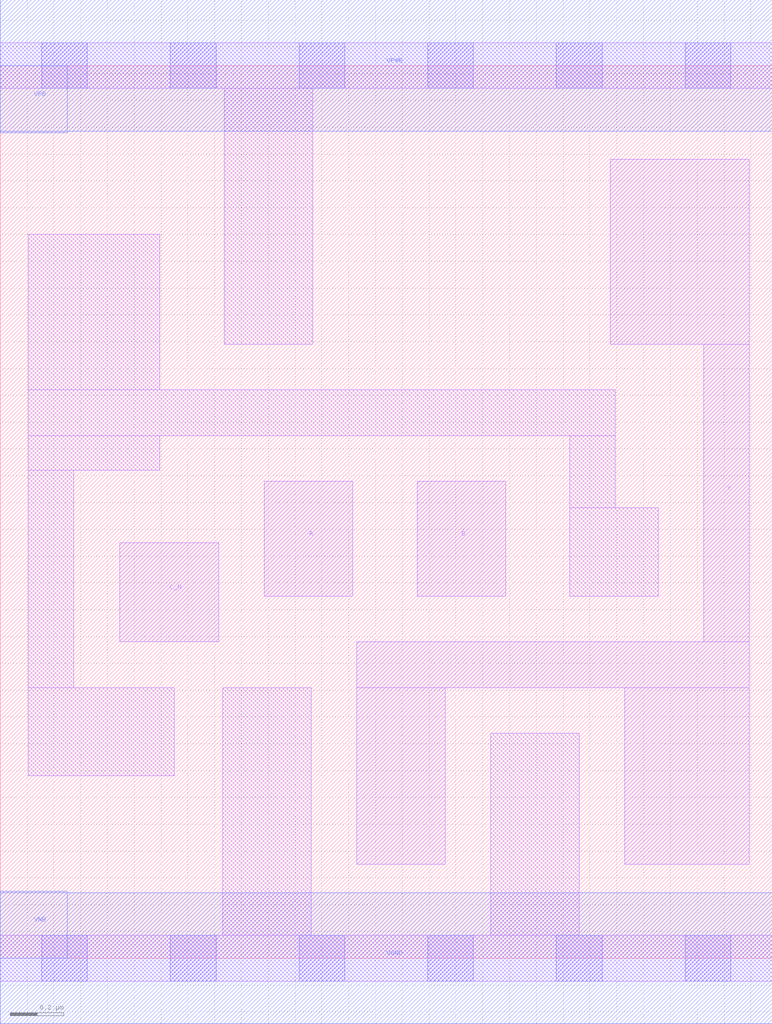
<source format=lef>
# Copyright 2020 The SkyWater PDK Authors
#
# Licensed under the Apache License, Version 2.0 (the "License");
# you may not use this file except in compliance with the License.
# You may obtain a copy of the License at
#
#     https://www.apache.org/licenses/LICENSE-2.0
#
# Unless required by applicable law or agreed to in writing, software
# distributed under the License is distributed on an "AS IS" BASIS,
# WITHOUT WARRANTIES OR CONDITIONS OF ANY KIND, either express or implied.
# See the License for the specific language governing permissions and
# limitations under the License.
#
# SPDX-License-Identifier: Apache-2.0

VERSION 5.5 ;
NAMESCASESENSITIVE ON ;
BUSBITCHARS "[]" ;
DIVIDERCHAR "/" ;
MACRO sky130_fd_sc_hs__nor3b_1
  CLASS CORE ;
  SOURCE USER ;
  ORIGIN  0.000000  0.000000 ;
  SIZE  2.880000 BY  3.330000 ;
  SYMMETRY X Y ;
  SITE unit ;
  PIN A
    ANTENNAGATEAREA  0.279000 ;
    DIRECTION INPUT ;
    USE SIGNAL ;
    PORT
      LAYER li1 ;
        RECT 0.985000 1.350000 1.315000 1.780000 ;
    END
  END A
  PIN B
    ANTENNAGATEAREA  0.279000 ;
    DIRECTION INPUT ;
    USE SIGNAL ;
    PORT
      LAYER li1 ;
        RECT 1.555000 1.350000 1.885000 1.780000 ;
    END
  END B
  PIN C_N
    ANTENNAGATEAREA  0.208000 ;
    DIRECTION INPUT ;
    USE SIGNAL ;
    PORT
      LAYER li1 ;
        RECT 0.445000 1.180000 0.815000 1.550000 ;
    END
  END C_N
  PIN Y
    ANTENNADIFFAREA  0.778100 ;
    DIRECTION OUTPUT ;
    USE SIGNAL ;
    PORT
      LAYER li1 ;
        RECT 1.330000 0.350000 1.660000 1.010000 ;
        RECT 1.330000 1.010000 2.795000 1.180000 ;
        RECT 2.275000 2.290000 2.795000 2.980000 ;
        RECT 2.330000 0.350000 2.795000 1.010000 ;
        RECT 2.625000 1.180000 2.795000 2.290000 ;
    END
  END Y
  PIN VGND
    DIRECTION INOUT ;
    USE GROUND ;
    PORT
      LAYER met1 ;
        RECT 0.000000 -0.245000 2.880000 0.245000 ;
    END
  END VGND
  PIN VNB
    DIRECTION INOUT ;
    USE GROUND ;
    PORT
    END
  END VNB
  PIN VPB
    DIRECTION INOUT ;
    USE POWER ;
    PORT
    END
  END VPB
  PIN VNB
    DIRECTION INOUT ;
    USE GROUND ;
    PORT
      LAYER met1 ;
        RECT 0.000000 0.000000 0.250000 0.250000 ;
    END
  END VNB
  PIN VPB
    DIRECTION INOUT ;
    USE POWER ;
    PORT
      LAYER met1 ;
        RECT 0.000000 3.080000 0.250000 3.330000 ;
    END
  END VPB
  PIN VPWR
    DIRECTION INOUT ;
    USE POWER ;
    PORT
      LAYER met1 ;
        RECT 0.000000 3.085000 2.880000 3.575000 ;
    END
  END VPWR
  OBS
    LAYER li1 ;
      RECT 0.000000 -0.085000 2.880000 0.085000 ;
      RECT 0.000000  3.245000 2.880000 3.415000 ;
      RECT 0.105000  0.680000 0.650000 1.010000 ;
      RECT 0.105000  1.010000 0.275000 1.820000 ;
      RECT 0.105000  1.820000 0.595000 1.950000 ;
      RECT 0.105000  1.950000 2.295000 2.120000 ;
      RECT 0.105000  2.120000 0.595000 2.700000 ;
      RECT 0.830000  0.085000 1.160000 1.010000 ;
      RECT 0.835000  2.290000 1.165000 3.245000 ;
      RECT 1.830000  0.085000 2.160000 0.840000 ;
      RECT 2.125000  1.350000 2.455000 1.680000 ;
      RECT 2.125000  1.680000 2.295000 1.950000 ;
    LAYER mcon ;
      RECT 0.155000 -0.085000 0.325000 0.085000 ;
      RECT 0.155000  3.245000 0.325000 3.415000 ;
      RECT 0.635000 -0.085000 0.805000 0.085000 ;
      RECT 0.635000  3.245000 0.805000 3.415000 ;
      RECT 1.115000 -0.085000 1.285000 0.085000 ;
      RECT 1.115000  3.245000 1.285000 3.415000 ;
      RECT 1.595000 -0.085000 1.765000 0.085000 ;
      RECT 1.595000  3.245000 1.765000 3.415000 ;
      RECT 2.075000 -0.085000 2.245000 0.085000 ;
      RECT 2.075000  3.245000 2.245000 3.415000 ;
      RECT 2.555000 -0.085000 2.725000 0.085000 ;
      RECT 2.555000  3.245000 2.725000 3.415000 ;
  END
END sky130_fd_sc_hs__nor3b_1
END LIBRARY

</source>
